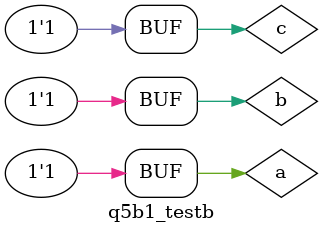
<source format=v>
module q5b1_testb();
reg a,b,c;
wire d;
q5b1_tt n2(d, a, b, c);
initial begin
a = 1'b0; b = 1'b0; c=1'b0;
#10
a = 1'b0; b = 1'b0; c=1'b1;
#10
a = 1'b0; b = 1'b1; c=1'b0;
#10
a = 1'b0; b = 1'b1; c=1'b1;
#10
a = 1'b1; b = 1'b0; c=1'b0;
#10
a = 1'b1; b = 1'b0; c=1'b1;
#10
a = 1'b1; b = 1'b1; c=1'b0;
#10
a = 1'b1; b = 1'b1; c=1'b1;
end endmodule
</source>
